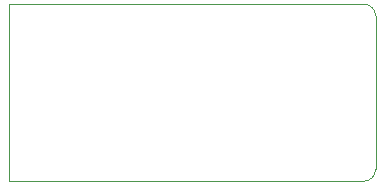
<source format=gbr>
G04 #@! TF.GenerationSoftware,KiCad,Pcbnew,6.0.11+dfsg-1*
G04 #@! TF.CreationDate,2023-04-16T09:36:05+08:00*
G04 #@! TF.ProjectId,stlink,73746c69-6e6b-42e6-9b69-6361645f7063,g*
G04 #@! TF.SameCoordinates,PX5c07920PY68e7780*
G04 #@! TF.FileFunction,Profile,NP*
%FSLAX46Y46*%
G04 Gerber Fmt 4.6, Leading zero omitted, Abs format (unit mm)*
G04 Created by KiCad (PCBNEW 6.0.11+dfsg-1) date 2023-04-16 09:36:05*
%MOMM*%
%LPD*%
G01*
G04 APERTURE LIST*
G04 #@! TA.AperFunction,Profile*
%ADD10C,0.050000*%
G04 #@! TD*
G04 APERTURE END LIST*
D10*
X36500000Y12500000D02*
X22000000Y12500000D01*
X42500000Y12500000D02*
X39500000Y12500000D01*
X36500000Y12500000D02*
X39500000Y12500000D01*
X36500000Y27500000D02*
X22000000Y27500000D01*
X12500000Y12500000D02*
X19000000Y12500000D01*
X42500000Y12500000D02*
G75*
G03*
X43500000Y13500000I0J1000000D01*
G01*
X43500000Y26500000D02*
G75*
G03*
X42500000Y27500000I-1000000J0D01*
G01*
X39500000Y27500000D02*
X42500000Y27500000D01*
X36500000Y27500000D02*
X39500000Y27500000D01*
X19000000Y27500000D02*
X22000000Y27500000D01*
X12500000Y27500000D02*
X12500000Y12500000D01*
X19000000Y12500000D02*
X22000000Y12500000D01*
X19000000Y27500000D02*
X12500000Y27500000D01*
X43500000Y26500000D02*
X43500000Y13500000D01*
M02*

</source>
